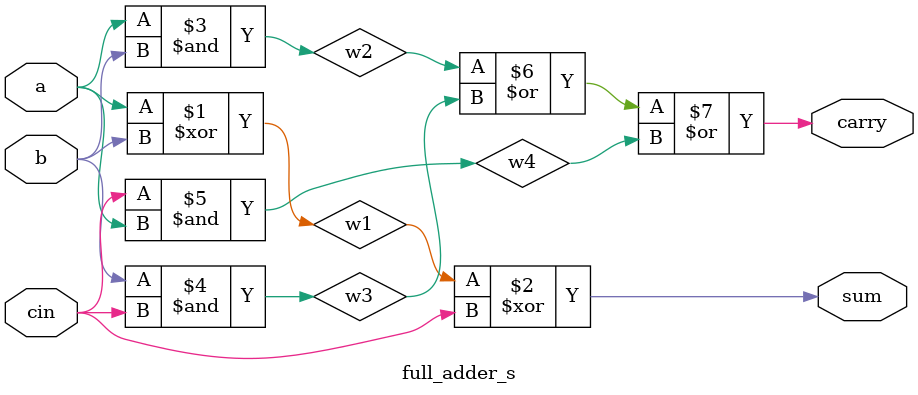
<source format=v>
module full_adder_s (
    input a,b,cin,
    output sum,carry
);

wire w1,w2,w3,w4;       //Internal connections

xor(w1,a,b);
xor(sum,w1,cin);        //Sum output

and(w2,a,b);
and(w3,b,cin);
and(w4,cin,a);

or(carry,w2,w3,w4);     //carry output

endmodule
</source>
